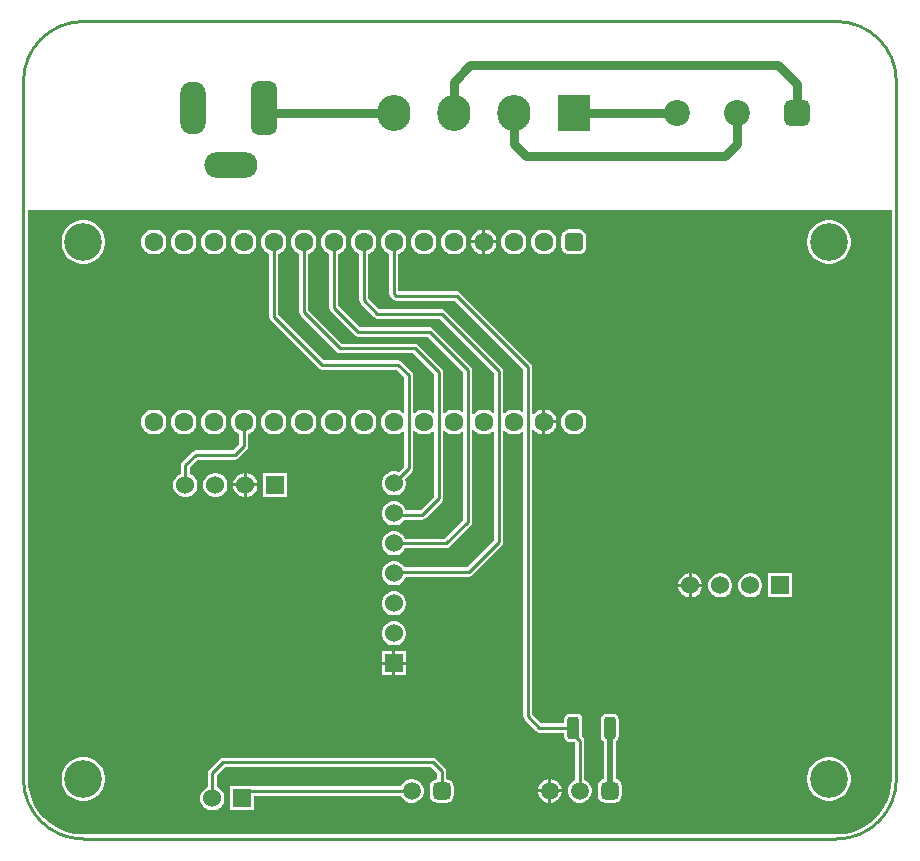
<source format=gtl>
G04*
G04 #@! TF.GenerationSoftware,Altium Limited,Altium Designer,21.3.2 (30)*
G04*
G04 Layer_Physical_Order=1*
G04 Layer_Color=255*
%FSTAX24Y24*%
%MOIN*%
G70*
G04*
G04 #@! TF.SameCoordinates,655743E2-E340-4FCB-8EBE-1CC431C952CD*
G04*
G04*
G04 #@! TF.FilePolarity,Positive*
G04*
G01*
G75*
%ADD10C,0.0300*%
%ADD11C,0.0100*%
G04:AMPARAMS|DCode=15|XSize=74.8mil|YSize=39.4mil|CornerRadius=9.8mil|HoleSize=0mil|Usage=FLASHONLY|Rotation=90.000|XOffset=0mil|YOffset=0mil|HoleType=Round|Shape=RoundedRectangle|*
%AMROUNDEDRECTD15*
21,1,0.0748,0.0197,0,0,90.0*
21,1,0.0551,0.0394,0,0,90.0*
1,1,0.0197,0.0098,0.0276*
1,1,0.0197,0.0098,-0.0276*
1,1,0.0197,-0.0098,-0.0276*
1,1,0.0197,-0.0098,0.0276*
%
%ADD15ROUNDEDRECTD15*%
%ADD21C,0.0866*%
G04:AMPARAMS|DCode=22|XSize=86.6mil|YSize=86.6mil|CornerRadius=21.7mil|HoleSize=0mil|Usage=FLASHONLY|Rotation=180.000|XOffset=0mil|YOffset=0mil|HoleType=Round|Shape=RoundedRectangle|*
%AMROUNDEDRECTD22*
21,1,0.0866,0.0433,0,0,180.0*
21,1,0.0433,0.0866,0,0,180.0*
1,1,0.0433,-0.0217,0.0217*
1,1,0.0433,0.0217,0.0217*
1,1,0.0433,0.0217,-0.0217*
1,1,0.0433,-0.0217,-0.0217*
%
%ADD22ROUNDEDRECTD22*%
%ADD32C,0.0200*%
%ADD33C,0.0600*%
%ADD34R,0.0600X0.0600*%
%ADD35C,0.0630*%
G04:AMPARAMS|DCode=36|XSize=59.1mil|YSize=59.1mil|CornerRadius=14.8mil|HoleSize=0mil|Usage=FLASHONLY|Rotation=180.000|XOffset=0mil|YOffset=0mil|HoleType=Round|Shape=RoundedRectangle|*
%AMROUNDEDRECTD36*
21,1,0.0591,0.0295,0,0,180.0*
21,1,0.0295,0.0591,0,0,180.0*
1,1,0.0295,-0.0148,0.0148*
1,1,0.0295,0.0148,0.0148*
1,1,0.0295,0.0148,-0.0148*
1,1,0.0295,-0.0148,-0.0148*
%
%ADD36ROUNDEDRECTD36*%
%ADD37C,0.1260*%
%ADD38C,0.0591*%
G04:AMPARAMS|DCode=39|XSize=63mil|YSize=63mil|CornerRadius=15.7mil|HoleSize=0mil|Usage=FLASHONLY|Rotation=270.000|XOffset=0mil|YOffset=0mil|HoleType=Round|Shape=RoundedRectangle|*
%AMROUNDEDRECTD39*
21,1,0.0630,0.0315,0,0,270.0*
21,1,0.0315,0.0630,0,0,270.0*
1,1,0.0315,-0.0157,-0.0157*
1,1,0.0315,-0.0157,0.0157*
1,1,0.0315,0.0157,0.0157*
1,1,0.0315,0.0157,-0.0157*
%
%ADD39ROUNDEDRECTD39*%
%ADD40R,0.0600X0.0600*%
%ADD41O,0.1100X0.1200*%
%ADD42R,0.1100X0.1200*%
%ADD43O,0.0866X0.1772*%
%ADD44O,0.1772X0.0866*%
G04:AMPARAMS|DCode=45|XSize=86.6mil|YSize=177.2mil|CornerRadius=21.7mil|HoleSize=0mil|Usage=FLASHONLY|Rotation=0.000|XOffset=0mil|YOffset=0mil|HoleType=Round|Shape=RoundedRectangle|*
%AMROUNDEDRECTD45*
21,1,0.0866,0.1339,0,0,0.0*
21,1,0.0433,0.1772,0,0,0.0*
1,1,0.0433,0.0217,-0.0669*
1,1,0.0433,-0.0217,-0.0669*
1,1,0.0433,-0.0217,0.0669*
1,1,0.0433,0.0217,0.0669*
%
%ADD45ROUNDEDRECTD45*%
G36*
X051947Y01625D02*
X051948Y016243D01*
X051933Y016009D01*
X051886Y015771D01*
X051808Y015542D01*
X051701Y015326D01*
X051567Y015124D01*
X051407Y014943D01*
X051226Y014783D01*
X051024Y014649D01*
X050808Y014542D01*
X050579Y014464D01*
X050341Y014417D01*
X050107Y014402D01*
X0501Y014403D01*
X025D01*
X024993Y014402D01*
X024759Y014417D01*
X024521Y014464D01*
X024292Y014542D01*
X024076Y014649D01*
X023874Y014783D01*
X023693Y014943D01*
X023533Y015124D01*
X023399Y015326D01*
X023292Y015542D01*
X023214Y015771D01*
X023167Y016009D01*
X023152Y016243D01*
X023153Y01625D01*
Y035229D01*
X051947D01*
Y01625D01*
D02*
G37*
%LPC*%
G36*
X038405Y034565D02*
X0384D01*
Y0342D01*
X038765D01*
Y034205D01*
X038737Y03431D01*
X038682Y034405D01*
X038605Y034482D01*
X03851Y034537D01*
X038405Y034565D01*
D02*
G37*
G36*
X0383D02*
X038295D01*
X03819Y034537D01*
X038095Y034482D01*
X038018Y034405D01*
X037963Y03431D01*
X037935Y034205D01*
Y0342D01*
X0383D01*
Y034565D01*
D02*
G37*
G36*
X040405D02*
X040295D01*
X04019Y034537D01*
X040095Y034482D01*
X040018Y034405D01*
X039963Y03431D01*
X039935Y034205D01*
Y034095D01*
X039963Y03399D01*
X040018Y033895D01*
X040095Y033818D01*
X04019Y033763D01*
X040295Y033735D01*
X040405D01*
X04051Y033763D01*
X040605Y033818D01*
X040682Y033895D01*
X040737Y03399D01*
X040765Y034095D01*
Y034205D01*
X040737Y03431D01*
X040682Y034405D01*
X040605Y034482D01*
X04051Y034537D01*
X040405Y034565D01*
D02*
G37*
G36*
X039405D02*
X039295D01*
X03919Y034537D01*
X039095Y034482D01*
X039018Y034405D01*
X038963Y03431D01*
X038935Y034205D01*
Y034095D01*
X038963Y03399D01*
X039018Y033895D01*
X039095Y033818D01*
X03919Y033763D01*
X039295Y033735D01*
X039405D01*
X03951Y033763D01*
X039605Y033818D01*
X039682Y033895D01*
X039737Y03399D01*
X039765Y034095D01*
Y034205D01*
X039737Y03431D01*
X039682Y034405D01*
X039605Y034482D01*
X03951Y034537D01*
X039405Y034565D01*
D02*
G37*
G36*
X038765Y0341D02*
X0384D01*
Y033735D01*
X038405D01*
X03851Y033763D01*
X038605Y033818D01*
X038682Y033895D01*
X038737Y03399D01*
X038765Y034095D01*
Y0341D01*
D02*
G37*
G36*
X0383D02*
X037935D01*
Y034095D01*
X037963Y03399D01*
X038018Y033895D01*
X038095Y033818D01*
X03819Y033763D01*
X038295Y033735D01*
X0383D01*
Y0341D01*
D02*
G37*
G36*
X037405Y034565D02*
X037295D01*
X03719Y034537D01*
X037095Y034482D01*
X037018Y034405D01*
X036963Y03431D01*
X036935Y034205D01*
Y034095D01*
X036963Y03399D01*
X037018Y033895D01*
X037095Y033818D01*
X03719Y033763D01*
X037295Y033735D01*
X037405D01*
X03751Y033763D01*
X037605Y033818D01*
X037682Y033895D01*
X037737Y03399D01*
X037765Y034095D01*
Y034205D01*
X037737Y03431D01*
X037682Y034405D01*
X037605Y034482D01*
X03751Y034537D01*
X037405Y034565D01*
D02*
G37*
G36*
X036405D02*
X036295D01*
X03619Y034537D01*
X036095Y034482D01*
X036018Y034405D01*
X035963Y03431D01*
X035935Y034205D01*
Y034095D01*
X035963Y03399D01*
X036018Y033895D01*
X036095Y033818D01*
X03619Y033763D01*
X036295Y033735D01*
X036405D01*
X03651Y033763D01*
X036605Y033818D01*
X036682Y033895D01*
X036737Y03399D01*
X036765Y034095D01*
Y034205D01*
X036737Y03431D01*
X036682Y034405D01*
X036605Y034482D01*
X03651Y034537D01*
X036405Y034565D01*
D02*
G37*
G36*
X030405D02*
X030295D01*
X03019Y034537D01*
X030095Y034482D01*
X030018Y034405D01*
X029963Y03431D01*
X029935Y034205D01*
Y034095D01*
X029963Y03399D01*
X030018Y033895D01*
X030095Y033818D01*
X03019Y033763D01*
X030295Y033735D01*
X030405D01*
X03051Y033763D01*
X030605Y033818D01*
X030682Y033895D01*
X030737Y03399D01*
X030765Y034095D01*
Y034205D01*
X030737Y03431D01*
X030682Y034405D01*
X030605Y034482D01*
X03051Y034537D01*
X030405Y034565D01*
D02*
G37*
G36*
X029405D02*
X029295D01*
X02919Y034537D01*
X029095Y034482D01*
X029018Y034405D01*
X028963Y03431D01*
X028935Y034205D01*
Y034095D01*
X028963Y03399D01*
X029018Y033895D01*
X029095Y033818D01*
X02919Y033763D01*
X029295Y033735D01*
X029405D01*
X02951Y033763D01*
X029605Y033818D01*
X029682Y033895D01*
X029737Y03399D01*
X029765Y034095D01*
Y034205D01*
X029737Y03431D01*
X029682Y034405D01*
X029605Y034482D01*
X02951Y034537D01*
X029405Y034565D01*
D02*
G37*
G36*
X028405D02*
X028295D01*
X02819Y034537D01*
X028095Y034482D01*
X028018Y034405D01*
X027963Y03431D01*
X027935Y034205D01*
Y034095D01*
X027963Y03399D01*
X028018Y033895D01*
X028095Y033818D01*
X02819Y033763D01*
X028295Y033735D01*
X028405D01*
X02851Y033763D01*
X028605Y033818D01*
X028682Y033895D01*
X028737Y03399D01*
X028765Y034095D01*
Y034205D01*
X028737Y03431D01*
X028682Y034405D01*
X028605Y034482D01*
X02851Y034537D01*
X028405Y034565D01*
D02*
G37*
G36*
X027405D02*
X027295D01*
X02719Y034537D01*
X027095Y034482D01*
X027018Y034405D01*
X026963Y03431D01*
X026935Y034205D01*
Y034095D01*
X026963Y03399D01*
X027018Y033895D01*
X027095Y033818D01*
X02719Y033763D01*
X027295Y033735D01*
X027405D01*
X02751Y033763D01*
X027605Y033818D01*
X027682Y033895D01*
X027737Y03399D01*
X027765Y034095D01*
Y034205D01*
X027737Y03431D01*
X027682Y034405D01*
X027605Y034482D01*
X02751Y034537D01*
X027405Y034565D01*
D02*
G37*
G36*
X041507Y034567D02*
X041193D01*
X041125Y034558D01*
X041063Y034532D01*
X041009Y034491D01*
X040968Y034437D01*
X040942Y034375D01*
X040933Y034307D01*
Y033993D01*
X040942Y033925D01*
X040968Y033863D01*
X041009Y033809D01*
X041063Y033768D01*
X041125Y033742D01*
X041193Y033733D01*
X041507D01*
X041575Y033742D01*
X041637Y033768D01*
X041691Y033809D01*
X041732Y033863D01*
X041758Y033925D01*
X041767Y033993D01*
Y034307D01*
X041758Y034375D01*
X041732Y034437D01*
X041691Y034491D01*
X041637Y034532D01*
X041575Y034558D01*
X041507Y034567D01*
D02*
G37*
G36*
X049922Y03488D02*
X049778D01*
X049637Y034852D01*
X049504Y034797D01*
X049385Y034717D01*
X049283Y034615D01*
X049203Y034496D01*
X049148Y034363D01*
X04912Y034222D01*
Y034078D01*
X049148Y033937D01*
X049203Y033804D01*
X049283Y033685D01*
X049385Y033583D01*
X049504Y033503D01*
X049637Y033448D01*
X049778Y03342D01*
X049922D01*
X050063Y033448D01*
X050196Y033503D01*
X050315Y033583D01*
X050417Y033685D01*
X050497Y033804D01*
X050552Y033937D01*
X05058Y034078D01*
Y034222D01*
X050552Y034363D01*
X050497Y034496D01*
X050417Y034615D01*
X050315Y034717D01*
X050196Y034797D01*
X050063Y034852D01*
X049922Y03488D01*
D02*
G37*
G36*
X025072D02*
X024928D01*
X024787Y034852D01*
X024654Y034797D01*
X024535Y034717D01*
X024433Y034615D01*
X024353Y034496D01*
X024298Y034363D01*
X02427Y034222D01*
Y034078D01*
X024298Y033937D01*
X024353Y033804D01*
X024433Y033685D01*
X024535Y033583D01*
X024654Y033503D01*
X024787Y033448D01*
X024928Y03342D01*
X025072D01*
X025213Y033448D01*
X025346Y033503D01*
X025465Y033583D01*
X025567Y033685D01*
X025647Y033804D01*
X025702Y033937D01*
X02573Y034078D01*
Y034222D01*
X025702Y034363D01*
X025647Y034496D01*
X025567Y034615D01*
X025465Y034717D01*
X025346Y034797D01*
X025213Y034852D01*
X025072Y03488D01*
D02*
G37*
G36*
X035405Y034565D02*
X035295D01*
X03519Y034537D01*
X035095Y034482D01*
X035018Y034405D01*
X034963Y03431D01*
X034935Y034205D01*
Y034095D01*
X034963Y03399D01*
X035018Y033895D01*
X035095Y033818D01*
X03519Y033763D01*
X035197Y033761D01*
Y032409D01*
X035209Y03235D01*
X035242Y0323D01*
X0353Y032242D01*
X03535Y032209D01*
X035409Y032197D01*
X037387D01*
X039662Y029922D01*
Y02849D01*
X039616Y028471D01*
X039605Y028482D01*
X03951Y028537D01*
X039405Y028565D01*
X039295D01*
X03919Y028537D01*
X039095Y028482D01*
X039053Y02844D01*
X039003Y02846D01*
Y02985D01*
X038991Y029909D01*
X038958Y029958D01*
X037058Y031858D01*
X037009Y031891D01*
X03695Y031903D01*
X034863D01*
X034503Y032263D01*
Y033761D01*
X03451Y033763D01*
X034605Y033818D01*
X034682Y033895D01*
X034737Y03399D01*
X034765Y034095D01*
Y034205D01*
X034737Y03431D01*
X034682Y034405D01*
X034605Y034482D01*
X03451Y034537D01*
X034405Y034565D01*
X034295D01*
X03419Y034537D01*
X034095Y034482D01*
X034018Y034405D01*
X033963Y03431D01*
X033935Y034205D01*
Y034095D01*
X033963Y03399D01*
X034018Y033895D01*
X034095Y033818D01*
X03419Y033763D01*
X034197Y033761D01*
Y0322D01*
X034209Y032141D01*
X034242Y032092D01*
X034692Y031642D01*
X034741Y031609D01*
X0348Y031597D01*
X036887D01*
X038697Y029787D01*
Y02846D01*
X038647Y02844D01*
X038605Y028482D01*
X03851Y028537D01*
X038405Y028565D01*
X038295D01*
X03819Y028537D01*
X038095Y028482D01*
X038018Y028405D01*
X038016Y028402D01*
X037968Y028415D01*
Y029885D01*
X037956Y029944D01*
X037923Y029993D01*
X036658Y031258D01*
X036609Y031291D01*
X03655Y031303D01*
X034213D01*
X033503Y032013D01*
Y033761D01*
X03351Y033763D01*
X033605Y033818D01*
X033682Y033895D01*
X033737Y03399D01*
X033765Y034095D01*
Y034205D01*
X033737Y03431D01*
X033682Y034405D01*
X033605Y034482D01*
X03351Y034537D01*
X033405Y034565D01*
X033295D01*
X03319Y034537D01*
X033095Y034482D01*
X033018Y034405D01*
X032963Y03431D01*
X032935Y034205D01*
Y034095D01*
X032963Y03399D01*
X033018Y033895D01*
X033095Y033818D01*
X03319Y033763D01*
X033197Y033761D01*
Y03195D01*
X033209Y031891D01*
X033242Y031842D01*
X034042Y031042D01*
X034091Y031009D01*
X03415Y030997D01*
X036487D01*
X037662Y029822D01*
Y02849D01*
X037616Y028471D01*
X037605Y028482D01*
X03751Y028537D01*
X037405Y028565D01*
X037295D01*
X03719Y028537D01*
X037095Y028482D01*
X037053Y02844D01*
X037003Y02846D01*
Y0298D01*
X036991Y029859D01*
X036958Y029908D01*
X036158Y030708D01*
X036109Y030741D01*
X03605Y030753D01*
X033613D01*
X032503Y031863D01*
Y033761D01*
X03251Y033763D01*
X032605Y033818D01*
X032682Y033895D01*
X032737Y03399D01*
X032765Y034095D01*
Y034205D01*
X032737Y03431D01*
X032682Y034405D01*
X032605Y034482D01*
X03251Y034537D01*
X032405Y034565D01*
X032295D01*
X03219Y034537D01*
X032095Y034482D01*
X032018Y034405D01*
X031963Y03431D01*
X031935Y034205D01*
Y034095D01*
X031963Y03399D01*
X032018Y033895D01*
X032095Y033818D01*
X03219Y033763D01*
X032197Y033761D01*
Y0318D01*
X032209Y031741D01*
X032242Y031692D01*
X033442Y030492D01*
X033491Y030459D01*
X03355Y030447D01*
X035987D01*
X036697Y029737D01*
Y02846D01*
X036647Y02844D01*
X036605Y028482D01*
X03651Y028537D01*
X036405Y028565D01*
X036295D01*
X03619Y028537D01*
X036095Y028482D01*
X036053Y02844D01*
X036003Y02846D01*
Y0297D01*
X035991Y029759D01*
X035958Y029808D01*
X035608Y030158D01*
X035559Y030191D01*
X0355Y030203D01*
X033013D01*
X031503Y031713D01*
Y033761D01*
X03151Y033763D01*
X031605Y033818D01*
X031682Y033895D01*
X031737Y03399D01*
X031765Y034095D01*
Y034205D01*
X031737Y03431D01*
X031682Y034405D01*
X031605Y034482D01*
X03151Y034537D01*
X031405Y034565D01*
X031295D01*
X03119Y034537D01*
X031095Y034482D01*
X031018Y034405D01*
X030963Y03431D01*
X030935Y034205D01*
Y034095D01*
X030963Y03399D01*
X031018Y033895D01*
X031095Y033818D01*
X03119Y033763D01*
X031197Y033761D01*
Y03165D01*
X031209Y031591D01*
X031242Y031542D01*
X032842Y029942D01*
X032891Y029909D01*
X03295Y029897D01*
X035437D01*
X035697Y029637D01*
Y02846D01*
X035647Y02844D01*
X035605Y028482D01*
X03551Y028537D01*
X035405Y028565D01*
X035295D01*
X03519Y028537D01*
X035095Y028482D01*
X035018Y028405D01*
X034963Y02831D01*
X034935Y028205D01*
Y028095D01*
X034963Y02799D01*
X035018Y027895D01*
X035095Y027818D01*
X03519Y027763D01*
X035295Y027735D01*
X035405D01*
X03551Y027763D01*
X035605Y027818D01*
X035647Y02786D01*
X035697Y02784D01*
Y026663D01*
X035506Y026472D01*
X035504Y026473D01*
X035403Y0265D01*
X035297D01*
X035196Y026473D01*
X035104Y02642D01*
X03503Y026346D01*
X034977Y026254D01*
X03495Y026153D01*
Y026047D01*
X034977Y025946D01*
X03503Y025854D01*
X035104Y02578D01*
X035196Y025727D01*
X035297Y0257D01*
X035403D01*
X035504Y025727D01*
X035596Y02578D01*
X03567Y025854D01*
X035723Y025946D01*
X03575Y026047D01*
Y026153D01*
X035723Y026254D01*
X035722Y026256D01*
X035958Y026492D01*
X035991Y026541D01*
X036003Y0266D01*
Y02784D01*
X036053Y02786D01*
X036095Y027818D01*
X03619Y027763D01*
X036295Y027735D01*
X036405D01*
X03651Y027763D01*
X036605Y027818D01*
X036647Y02786D01*
X036697Y02784D01*
Y025663D01*
X036237Y025203D01*
X035737D01*
X035723Y025254D01*
X03567Y025346D01*
X035596Y02542D01*
X035504Y025473D01*
X035403Y0255D01*
X035297D01*
X035196Y025473D01*
X035104Y02542D01*
X03503Y025346D01*
X034977Y025254D01*
X03495Y025153D01*
Y025047D01*
X034977Y024946D01*
X03503Y024854D01*
X035104Y02478D01*
X035196Y024727D01*
X035297Y0247D01*
X035403D01*
X035504Y024727D01*
X035596Y02478D01*
X03567Y024854D01*
X035695Y024897D01*
X0363D01*
X036359Y024909D01*
X036408Y024942D01*
X036958Y025492D01*
X036991Y025541D01*
X037003Y0256D01*
Y02784D01*
X037053Y02786D01*
X037095Y027818D01*
X03719Y027763D01*
X037295Y027735D01*
X037405D01*
X03751Y027763D01*
X037605Y027818D01*
X037616Y027829D01*
X037662Y02781D01*
Y024878D01*
X037037Y024253D01*
X035723D01*
X035723Y024254D01*
X03567Y024346D01*
X035596Y02442D01*
X035504Y024473D01*
X035403Y0245D01*
X035297D01*
X035196Y024473D01*
X035104Y02442D01*
X03503Y024346D01*
X034977Y024254D01*
X03495Y024153D01*
Y024047D01*
X034977Y023946D01*
X03503Y023854D01*
X035104Y02378D01*
X035196Y023727D01*
X035297Y0237D01*
X035403D01*
X035504Y023727D01*
X035596Y02378D01*
X03567Y023854D01*
X035723Y023946D01*
X035723Y023947D01*
X0371D01*
X037159Y023959D01*
X037208Y023992D01*
X037923Y024707D01*
X037956Y024756D01*
X037968Y024815D01*
Y027885D01*
X038016Y027898D01*
X038018Y027895D01*
X038095Y027818D01*
X03819Y027763D01*
X038295Y027735D01*
X038405D01*
X03851Y027763D01*
X038605Y027818D01*
X038647Y02786D01*
X038697Y02784D01*
Y024213D01*
X037787Y023303D01*
X035695D01*
X03567Y023346D01*
X035596Y02342D01*
X035504Y023473D01*
X035403Y0235D01*
X035297D01*
X035196Y023473D01*
X035104Y02342D01*
X03503Y023346D01*
X034977Y023254D01*
X03495Y023153D01*
Y023047D01*
X034977Y022946D01*
X03503Y022854D01*
X035104Y02278D01*
X035196Y022727D01*
X035297Y0227D01*
X035403D01*
X035504Y022727D01*
X035596Y02278D01*
X03567Y022854D01*
X035723Y022946D01*
X035737Y022997D01*
X03785D01*
X037909Y023009D01*
X037958Y023042D01*
X038958Y024042D01*
X038991Y024091D01*
X039003Y02415D01*
Y02784D01*
X039053Y02786D01*
X039095Y027818D01*
X03919Y027763D01*
X039295Y027735D01*
X039405D01*
X03951Y027763D01*
X039605Y027818D01*
X039616Y027829D01*
X039662Y02781D01*
Y018335D01*
X039674Y018277D01*
X039707Y018227D01*
X040092Y017842D01*
X040141Y017809D01*
X0402Y017797D01*
X041029D01*
Y017674D01*
X041044Y017597D01*
X041088Y017531D01*
X041154Y017487D01*
X041231Y017472D01*
X041388D01*
X041397Y017463D01*
Y016224D01*
X041307Y016172D01*
X041234Y016099D01*
X041182Y016008D01*
X041155Y015908D01*
Y015804D01*
X041182Y015703D01*
X041234Y015613D01*
X041307Y01554D01*
X041397Y015488D01*
X041498Y015461D01*
X041602D01*
X041703Y015488D01*
X041793Y01554D01*
X041866Y015613D01*
X041918Y015703D01*
X041945Y015804D01*
Y015908D01*
X041918Y016008D01*
X041866Y016099D01*
X041793Y016172D01*
X041703Y016224D01*
Y017526D01*
X041691Y017585D01*
X041658Y017634D01*
X041628Y017664D01*
X04163Y017674D01*
Y018226D01*
X041615Y018303D01*
X041571Y018369D01*
X041505Y018412D01*
X041428Y018428D01*
X041231D01*
X041154Y018412D01*
X041088Y018369D01*
X041044Y018303D01*
X041029Y018226D01*
Y018103D01*
X040263D01*
X039968Y018398D01*
Y027885D01*
X040016Y027898D01*
X040018Y027895D01*
X040095Y027818D01*
X04019Y027763D01*
X040295Y027735D01*
X0403D01*
Y02815D01*
Y028565D01*
X040295D01*
X04019Y028537D01*
X040095Y028482D01*
X040018Y028405D01*
X040016Y028402D01*
X039968Y028415D01*
Y029985D01*
X039956Y030044D01*
X039923Y030093D01*
X037558Y032458D01*
X037509Y032491D01*
X03745Y032503D01*
X035503D01*
Y033761D01*
X03551Y033763D01*
X035605Y033818D01*
X035682Y033895D01*
X035737Y03399D01*
X035765Y034095D01*
Y034205D01*
X035737Y03431D01*
X035682Y034405D01*
X035605Y034482D01*
X03551Y034537D01*
X035405Y034565D01*
D02*
G37*
G36*
X040405Y028565D02*
X0404D01*
Y0282D01*
X040765D01*
Y028205D01*
X040737Y02831D01*
X040682Y028405D01*
X040605Y028482D01*
X04051Y028537D01*
X040405Y028565D01*
D02*
G37*
G36*
X041405D02*
X041295D01*
X04119Y028537D01*
X041095Y028482D01*
X041018Y028405D01*
X040963Y02831D01*
X040935Y028205D01*
Y028095D01*
X040963Y02799D01*
X041018Y027895D01*
X041095Y027818D01*
X04119Y027763D01*
X041295Y027735D01*
X041405D01*
X04151Y027763D01*
X041605Y027818D01*
X041682Y027895D01*
X041737Y02799D01*
X041765Y028095D01*
Y028205D01*
X041737Y02831D01*
X041682Y028405D01*
X041605Y028482D01*
X04151Y028537D01*
X041405Y028565D01*
D02*
G37*
G36*
X040765Y0281D02*
X0404D01*
Y027735D01*
X040405D01*
X04051Y027763D01*
X040605Y027818D01*
X040682Y027895D01*
X040737Y02799D01*
X040765Y028095D01*
Y0281D01*
D02*
G37*
G36*
X034405Y028565D02*
X034295D01*
X03419Y028537D01*
X034095Y028482D01*
X034018Y028405D01*
X033963Y02831D01*
X033935Y028205D01*
Y028095D01*
X033963Y02799D01*
X034018Y027895D01*
X034095Y027818D01*
X03419Y027763D01*
X034295Y027735D01*
X034405D01*
X03451Y027763D01*
X034605Y027818D01*
X034682Y027895D01*
X034737Y02799D01*
X034765Y028095D01*
Y028205D01*
X034737Y02831D01*
X034682Y028405D01*
X034605Y028482D01*
X03451Y028537D01*
X034405Y028565D01*
D02*
G37*
G36*
X033405D02*
X033295D01*
X03319Y028537D01*
X033095Y028482D01*
X033018Y028405D01*
X032963Y02831D01*
X032935Y028205D01*
Y028095D01*
X032963Y02799D01*
X033018Y027895D01*
X033095Y027818D01*
X03319Y027763D01*
X033295Y027735D01*
X033405D01*
X03351Y027763D01*
X033605Y027818D01*
X033682Y027895D01*
X033737Y02799D01*
X033765Y028095D01*
Y028205D01*
X033737Y02831D01*
X033682Y028405D01*
X033605Y028482D01*
X03351Y028537D01*
X033405Y028565D01*
D02*
G37*
G36*
X032405D02*
X032295D01*
X03219Y028537D01*
X032095Y028482D01*
X032018Y028405D01*
X031963Y02831D01*
X031935Y028205D01*
Y028095D01*
X031963Y02799D01*
X032018Y027895D01*
X032095Y027818D01*
X03219Y027763D01*
X032295Y027735D01*
X032405D01*
X03251Y027763D01*
X032605Y027818D01*
X032682Y027895D01*
X032737Y02799D01*
X032765Y028095D01*
Y028205D01*
X032737Y02831D01*
X032682Y028405D01*
X032605Y028482D01*
X03251Y028537D01*
X032405Y028565D01*
D02*
G37*
G36*
X031405D02*
X031295D01*
X03119Y028537D01*
X031095Y028482D01*
X031018Y028405D01*
X030963Y02831D01*
X030935Y028205D01*
Y028095D01*
X030963Y02799D01*
X031018Y027895D01*
X031095Y027818D01*
X03119Y027763D01*
X031295Y027735D01*
X031405D01*
X03151Y027763D01*
X031605Y027818D01*
X031682Y027895D01*
X031737Y02799D01*
X031765Y028095D01*
Y028205D01*
X031737Y02831D01*
X031682Y028405D01*
X031605Y028482D01*
X03151Y028537D01*
X031405Y028565D01*
D02*
G37*
G36*
X029405D02*
X029295D01*
X02919Y028537D01*
X029095Y028482D01*
X029018Y028405D01*
X028963Y02831D01*
X028935Y028205D01*
Y028095D01*
X028963Y02799D01*
X029018Y027895D01*
X029095Y027818D01*
X02919Y027763D01*
X029295Y027735D01*
X029405D01*
X02951Y027763D01*
X029605Y027818D01*
X029682Y027895D01*
X029737Y02799D01*
X029765Y028095D01*
Y028205D01*
X029737Y02831D01*
X029682Y028405D01*
X029605Y028482D01*
X02951Y028537D01*
X029405Y028565D01*
D02*
G37*
G36*
X028405D02*
X028295D01*
X02819Y028537D01*
X028095Y028482D01*
X028018Y028405D01*
X027963Y02831D01*
X027935Y028205D01*
Y028095D01*
X027963Y02799D01*
X028018Y027895D01*
X028095Y027818D01*
X02819Y027763D01*
X028295Y027735D01*
X028405D01*
X02851Y027763D01*
X028605Y027818D01*
X028682Y027895D01*
X028737Y02799D01*
X028765Y028095D01*
Y028205D01*
X028737Y02831D01*
X028682Y028405D01*
X028605Y028482D01*
X02851Y028537D01*
X028405Y028565D01*
D02*
G37*
G36*
X027405D02*
X027295D01*
X02719Y028537D01*
X027095Y028482D01*
X027018Y028405D01*
X026963Y02831D01*
X026935Y028205D01*
Y028095D01*
X026963Y02799D01*
X027018Y027895D01*
X027095Y027818D01*
X02719Y027763D01*
X027295Y027735D01*
X027405D01*
X02751Y027763D01*
X027605Y027818D01*
X027682Y027895D01*
X027737Y02799D01*
X027765Y028095D01*
Y028205D01*
X027737Y02831D01*
X027682Y028405D01*
X027605Y028482D01*
X02751Y028537D01*
X027405Y028565D01*
D02*
G37*
G36*
X030453Y02645D02*
X03045D01*
Y0261D01*
X0308D01*
Y026103D01*
X030773Y026204D01*
X03072Y026296D01*
X030646Y02637D01*
X030554Y026423D01*
X030453Y02645D01*
D02*
G37*
G36*
X03035D02*
X030347D01*
X030246Y026423D01*
X030154Y02637D01*
X03008Y026296D01*
X030027Y026204D01*
X03Y026103D01*
Y0261D01*
X03035D01*
Y02645D01*
D02*
G37*
G36*
X0318D02*
X031D01*
Y02565D01*
X0318D01*
Y02645D01*
D02*
G37*
G36*
X0308Y026D02*
X03045D01*
Y02565D01*
X030453D01*
X030554Y025677D01*
X030646Y02573D01*
X03072Y025804D01*
X030773Y025896D01*
X0308Y025997D01*
Y026D01*
D02*
G37*
G36*
X03035D02*
X03D01*
Y025997D01*
X030027Y025896D01*
X03008Y025804D01*
X030154Y02573D01*
X030246Y025677D01*
X030347Y02565D01*
X03035D01*
Y026D01*
D02*
G37*
G36*
X029453Y02645D02*
X029347D01*
X029246Y026423D01*
X029154Y02637D01*
X02908Y026296D01*
X029027Y026204D01*
X029Y026103D01*
Y025997D01*
X029027Y025896D01*
X02908Y025804D01*
X029154Y02573D01*
X029246Y025677D01*
X029347Y02565D01*
X029453D01*
X029554Y025677D01*
X029646Y02573D01*
X02972Y025804D01*
X029773Y025896D01*
X0298Y025997D01*
Y026103D01*
X029773Y026204D01*
X02972Y026296D01*
X029646Y02637D01*
X029554Y026423D01*
X029453Y02645D01*
D02*
G37*
G36*
X030405Y028565D02*
X030295D01*
X03019Y028537D01*
X030095Y028482D01*
X030018Y028405D01*
X029963Y02831D01*
X029935Y028205D01*
Y028095D01*
X029963Y02799D01*
X030018Y027895D01*
X030095Y027818D01*
X03019Y027763D01*
X030197Y027761D01*
Y027413D01*
X029987Y027203D01*
X02875D01*
X028691Y027191D01*
X028642Y027158D01*
X028292Y026808D01*
X028259Y026759D01*
X028247Y0267D01*
Y026423D01*
X028246Y026423D01*
X028154Y02637D01*
X02808Y026296D01*
X028027Y026204D01*
X028Y026103D01*
Y025997D01*
X028027Y025896D01*
X02808Y025804D01*
X028154Y02573D01*
X028246Y025677D01*
X028347Y02565D01*
X028453D01*
X028554Y025677D01*
X028646Y02573D01*
X02872Y025804D01*
X028773Y025896D01*
X0288Y025997D01*
Y026103D01*
X028773Y026204D01*
X02872Y026296D01*
X028646Y02637D01*
X028554Y026423D01*
X028553Y026423D01*
Y026637D01*
X028813Y026897D01*
X03005D01*
X030109Y026909D01*
X030158Y026942D01*
X030458Y027242D01*
X030491Y027291D01*
X030503Y02735D01*
Y027761D01*
X03051Y027763D01*
X030605Y027818D01*
X030682Y027895D01*
X030737Y02799D01*
X030765Y028095D01*
Y028205D01*
X030737Y02831D01*
X030682Y028405D01*
X030605Y028482D01*
X03051Y028537D01*
X030405Y028565D01*
D02*
G37*
G36*
X045283Y0231D02*
X04528D01*
Y02275D01*
X04563D01*
Y022753D01*
X045603Y022854D01*
X04555Y022946D01*
X045476Y02302D01*
X045384Y023073D01*
X045283Y0231D01*
D02*
G37*
G36*
X04518D02*
X045177D01*
X045076Y023073D01*
X044984Y02302D01*
X04491Y022946D01*
X044857Y022854D01*
X04483Y022753D01*
Y02275D01*
X04518D01*
Y0231D01*
D02*
G37*
G36*
X04863D02*
X04783D01*
Y0223D01*
X04863D01*
Y0231D01*
D02*
G37*
G36*
X047283D02*
X047177D01*
X047076Y023073D01*
X046984Y02302D01*
X04691Y022946D01*
X046857Y022854D01*
X04683Y022753D01*
Y022647D01*
X046857Y022546D01*
X04691Y022454D01*
X046984Y02238D01*
X047076Y022327D01*
X047177Y0223D01*
X047283D01*
X047384Y022327D01*
X047476Y02238D01*
X04755Y022454D01*
X047603Y022546D01*
X04763Y022647D01*
Y022753D01*
X047603Y022854D01*
X04755Y022946D01*
X047476Y02302D01*
X047384Y023073D01*
X047283Y0231D01*
D02*
G37*
G36*
X046283D02*
X046177D01*
X046076Y023073D01*
X045984Y02302D01*
X04591Y022946D01*
X045857Y022854D01*
X04583Y022753D01*
Y022647D01*
X045857Y022546D01*
X04591Y022454D01*
X045984Y02238D01*
X046076Y022327D01*
X046177Y0223D01*
X046283D01*
X046384Y022327D01*
X046476Y02238D01*
X04655Y022454D01*
X046603Y022546D01*
X04663Y022647D01*
Y022753D01*
X046603Y022854D01*
X04655Y022946D01*
X046476Y02302D01*
X046384Y023073D01*
X046283Y0231D01*
D02*
G37*
G36*
X04563Y02265D02*
X04528D01*
Y0223D01*
X045283D01*
X045384Y022327D01*
X045476Y02238D01*
X04555Y022454D01*
X045603Y022546D01*
X04563Y022647D01*
Y02265D01*
D02*
G37*
G36*
X04518D02*
X04483D01*
Y022647D01*
X044857Y022546D01*
X04491Y022454D01*
X044984Y02238D01*
X045076Y022327D01*
X045177Y0223D01*
X04518D01*
Y02265D01*
D02*
G37*
G36*
X035403Y0225D02*
X035297D01*
X035196Y022473D01*
X035104Y02242D01*
X03503Y022346D01*
X034977Y022254D01*
X03495Y022153D01*
Y022047D01*
X034977Y021946D01*
X03503Y021854D01*
X035104Y02178D01*
X035196Y021727D01*
X035297Y0217D01*
X035403D01*
X035504Y021727D01*
X035596Y02178D01*
X03567Y021854D01*
X035723Y021946D01*
X03575Y022047D01*
Y022153D01*
X035723Y022254D01*
X03567Y022346D01*
X035596Y02242D01*
X035504Y022473D01*
X035403Y0225D01*
D02*
G37*
G36*
Y0215D02*
X035297D01*
X035196Y021473D01*
X035104Y02142D01*
X03503Y021346D01*
X034977Y021254D01*
X03495Y021153D01*
Y021047D01*
X034977Y020946D01*
X03503Y020854D01*
X035104Y02078D01*
X035196Y020727D01*
X035297Y0207D01*
X035403D01*
X035504Y020727D01*
X035596Y02078D01*
X03567Y020854D01*
X035723Y020946D01*
X03575Y021047D01*
Y021153D01*
X035723Y021254D01*
X03567Y021346D01*
X035596Y02142D01*
X035504Y021473D01*
X035403Y0215D01*
D02*
G37*
G36*
X03575Y0205D02*
X0354D01*
Y02015D01*
X03575D01*
Y0205D01*
D02*
G37*
G36*
X0353D02*
X03495D01*
Y02015D01*
X0353D01*
Y0205D01*
D02*
G37*
G36*
X03575Y02005D02*
X0354D01*
Y0197D01*
X03575D01*
Y02005D01*
D02*
G37*
G36*
X0353D02*
X03495D01*
Y0197D01*
X0353D01*
Y02005D01*
D02*
G37*
G36*
X040602Y016251D02*
X0406D01*
Y015906D01*
X040945D01*
Y015908D01*
X040918Y016008D01*
X040866Y016099D01*
X040793Y016172D01*
X040703Y016224D01*
X040602Y016251D01*
D02*
G37*
G36*
X0405D02*
X040498D01*
X040397Y016224D01*
X040307Y016172D01*
X040234Y016099D01*
X040182Y016008D01*
X040155Y015908D01*
Y015906D01*
X0405D01*
Y016251D01*
D02*
G37*
G36*
X049922Y01698D02*
X049778D01*
X049637Y016952D01*
X049504Y016897D01*
X049385Y016817D01*
X049283Y016715D01*
X049203Y016596D01*
X049148Y016463D01*
X04912Y016322D01*
Y016178D01*
X049148Y016037D01*
X049203Y015904D01*
X049283Y015785D01*
X049385Y015683D01*
X049504Y015603D01*
X049637Y015548D01*
X049778Y01552D01*
X049922D01*
X050063Y015548D01*
X050196Y015603D01*
X050315Y015683D01*
X050417Y015785D01*
X050497Y015904D01*
X050552Y016037D01*
X05058Y016178D01*
Y016322D01*
X050552Y016463D01*
X050497Y016596D01*
X050417Y016715D01*
X050315Y016817D01*
X050196Y016897D01*
X050063Y016952D01*
X049922Y01698D01*
D02*
G37*
G36*
X025072D02*
X024928D01*
X024787Y016952D01*
X024654Y016897D01*
X024535Y016817D01*
X024433Y016715D01*
X024353Y016596D01*
X024298Y016463D01*
X02427Y016322D01*
Y016178D01*
X024298Y016037D01*
X024353Y015904D01*
X024433Y015785D01*
X024535Y015683D01*
X024654Y015603D01*
X024787Y015548D01*
X024928Y01552D01*
X025072D01*
X025213Y015548D01*
X025346Y015603D01*
X025465Y015683D01*
X025567Y015785D01*
X025647Y015904D01*
X025702Y016037D01*
X02573Y016178D01*
Y016322D01*
X025702Y016463D01*
X025647Y016596D01*
X025567Y016715D01*
X025465Y016817D01*
X025346Y016897D01*
X025213Y016952D01*
X025072Y01698D01*
D02*
G37*
G36*
X040945Y015806D02*
X0406D01*
Y015461D01*
X040602D01*
X040703Y015488D01*
X040793Y01554D01*
X040866Y015613D01*
X040918Y015703D01*
X040945Y015804D01*
Y015806D01*
D02*
G37*
G36*
X0405D02*
X040155D01*
Y015804D01*
X040182Y015703D01*
X040234Y015613D01*
X040307Y01554D01*
X040397Y015488D01*
X040498Y015461D01*
X0405D01*
Y015806D01*
D02*
G37*
G36*
X042648Y018428D02*
X042452D01*
X042374Y018412D01*
X042309Y018369D01*
X042265Y018303D01*
X042249Y018226D01*
Y017674D01*
X042265Y017597D01*
X042309Y017531D01*
X042346Y017506D01*
Y016245D01*
X042306Y016237D01*
X042224Y016182D01*
X042169Y0161D01*
X04215Y016004D01*
Y015708D01*
X042169Y015612D01*
X042224Y01553D01*
X042306Y015475D01*
X042402Y015456D01*
X042698D01*
X042794Y015475D01*
X042876Y01553D01*
X042931Y015612D01*
X04295Y015708D01*
Y016004D01*
X042931Y0161D01*
X042876Y016182D01*
X042794Y016237D01*
X042754Y016245D01*
Y017506D01*
X042791Y017531D01*
X042835Y017597D01*
X042851Y017674D01*
Y018226D01*
X042835Y018303D01*
X042791Y018369D01*
X042726Y018412D01*
X042648Y018428D01*
D02*
G37*
G36*
X036002Y016245D02*
X035898D01*
X035797Y016218D01*
X035707Y016166D01*
X035634Y016093D01*
X035582Y016003D01*
X03055D01*
X030535Y016D01*
X0299D01*
Y0152D01*
X0307D01*
Y015697D01*
X035582D01*
X035634Y015607D01*
X035707Y015534D01*
X035797Y015482D01*
X035898Y015455D01*
X036002D01*
X036103Y015482D01*
X036193Y015534D01*
X036266Y015607D01*
X036318Y015697D01*
X036345Y015798D01*
Y015902D01*
X036318Y016003D01*
X036266Y016093D01*
X036193Y016166D01*
X036103Y016218D01*
X036002Y016245D01*
D02*
G37*
G36*
X036658Y016953D02*
X02965D01*
X029591Y016941D01*
X029542Y016908D01*
X029192Y016558D01*
X029159Y016509D01*
X029147Y01645D01*
Y015973D01*
X029146Y015973D01*
X029054Y01592D01*
X02898Y015846D01*
X028927Y015754D01*
X0289Y015653D01*
Y015547D01*
X028927Y015446D01*
X02898Y015354D01*
X029054Y01528D01*
X029146Y015227D01*
X029247Y0152D01*
X029353D01*
X029454Y015227D01*
X029546Y01528D01*
X02962Y015354D01*
X029673Y015446D01*
X0297Y015547D01*
Y015653D01*
X029673Y015754D01*
X02962Y015846D01*
X029546Y01592D01*
X029454Y015973D01*
X029453Y015973D01*
Y016387D01*
X029713Y016647D01*
X036595D01*
X036797Y016445D01*
Y016249D01*
X036706Y016231D01*
X036624Y016176D01*
X036569Y016094D01*
X03655Y015998D01*
Y015702D01*
X036569Y015606D01*
X036624Y015524D01*
X036706Y015469D01*
X036802Y01545D01*
X037098D01*
X037194Y015469D01*
X037276Y015524D01*
X037331Y015606D01*
X03735Y015702D01*
Y015998D01*
X037331Y016094D01*
X037276Y016176D01*
X037194Y016231D01*
X037103Y016249D01*
Y016508D01*
X037091Y016567D01*
X037058Y016616D01*
X036766Y016908D01*
X036717Y016941D01*
X036658Y016953D01*
D02*
G37*
%LPD*%
D10*
X0379Y04005D02*
X04815D01*
X0488Y0394D01*
Y03845D02*
Y0394D01*
X031166Y038446D02*
X035346D01*
X037349Y039499D02*
X0379Y04005D01*
X037349Y038449D02*
Y039499D01*
X0468Y0374D02*
Y03845D01*
X0464Y037D02*
X0468Y0374D01*
X03975Y037D02*
X0464D01*
X03935Y0374D02*
X03975Y037D01*
X03935Y0374D02*
Y03845D01*
X04135D02*
X0448D01*
D11*
X0303Y0156D02*
X03055Y01585D01*
X03595D01*
X03695D02*
Y016508D01*
X02965Y0168D02*
X036658D01*
X03695Y016508D01*
X0293Y01645D02*
X02965Y0168D01*
X0293Y0156D02*
Y01645D01*
X031012Y0386D02*
X031166Y038446D01*
X03235Y0318D02*
X03355Y0306D01*
X03605D01*
X03235Y0318D02*
Y03415D01*
X03685Y0256D02*
Y0298D01*
X03605Y0306D02*
X03685Y0298D01*
X0355Y03005D02*
X03585Y0297D01*
X03295Y03005D02*
X0355D01*
X03585Y0266D02*
Y0297D01*
X03745Y03235D02*
X039815Y029985D01*
Y018335D02*
Y029985D01*
X035409Y03235D02*
X03745D01*
X03535Y032409D02*
Y03415D01*
Y032409D02*
X035409Y03235D01*
X03655Y03115D02*
X037815Y029885D01*
X03415Y03115D02*
X03655D01*
X03335Y03195D02*
X03415Y03115D01*
X0348Y03175D02*
X03695D01*
X03885Y02985D01*
X03435Y0322D02*
X0348Y03175D01*
X03435Y0322D02*
Y03415D01*
X0402Y01795D02*
X04133D01*
X039815Y018335D02*
X0402Y01795D01*
X037815Y024815D02*
Y029885D01*
X03335Y03195D02*
Y03415D01*
X03135Y03165D02*
X03295Y03005D01*
X03135Y03165D02*
Y03415D01*
X03885Y02415D02*
Y02985D01*
X0363Y02505D02*
X03685Y0256D01*
X03785Y02315D02*
X03885Y02415D01*
X04155Y015856D02*
Y017526D01*
X04133Y017747D02*
Y01795D01*
Y017747D02*
X04155Y017526D01*
X03535Y0231D02*
X0354Y02315D01*
X03785D01*
X03535Y0241D02*
X0371D01*
X037815Y024815D01*
X0354Y02505D02*
X0363D01*
X03535Y0251D02*
X0354Y02505D01*
X03535Y0261D02*
X03585Y0266D01*
X03035Y02735D02*
Y02815D01*
X03005Y02705D02*
X03035Y02735D01*
X02875Y02705D02*
X03005D01*
X0284Y0267D02*
X02875Y02705D01*
X0284Y02605D02*
Y0267D01*
X0521Y0395D02*
G03*
X0501Y0415I-002J0D01*
G01*
Y01425D02*
G03*
X0521Y01625I0J002D01*
G01*
X025Y0415D02*
G03*
X023Y0395I0J-002D01*
G01*
Y01625D02*
G03*
X025Y01425I002J0D01*
G01*
X0501D01*
X025Y0415D02*
X0501D01*
X0521Y01625D02*
Y0395D01*
X023Y01625D02*
Y0395D01*
D15*
X04255Y01795D02*
D03*
X04133D02*
D03*
D21*
X0468Y03845D02*
D03*
X0448D02*
D03*
D22*
X0488D02*
D03*
D32*
X04255Y015856D02*
Y01795D01*
D33*
X03535Y0211D02*
D03*
X04723Y0227D02*
D03*
X04623D02*
D03*
X04523D02*
D03*
X0293Y0156D02*
D03*
X0304Y02605D02*
D03*
X0294D02*
D03*
X0284D02*
D03*
X03535Y0221D02*
D03*
Y0231D02*
D03*
Y0241D02*
D03*
Y0251D02*
D03*
Y0261D02*
D03*
D34*
X0314Y02605D02*
D03*
X04823Y0227D02*
D03*
X0303Y0156D02*
D03*
D35*
X03835Y02815D02*
D03*
X03935D02*
D03*
X03735D02*
D03*
X03635D02*
D03*
X03535D02*
D03*
X03435D02*
D03*
X03335D02*
D03*
X03235D02*
D03*
X03135D02*
D03*
X03035D02*
D03*
X02935D02*
D03*
X02835D02*
D03*
X02735D02*
D03*
Y03415D02*
D03*
X02835D02*
D03*
X02935D02*
D03*
X03035D02*
D03*
X03135D02*
D03*
X03235D02*
D03*
X03335D02*
D03*
X03435D02*
D03*
X03535D02*
D03*
X03635D02*
D03*
X03735D02*
D03*
X03835D02*
D03*
X03935D02*
D03*
X04035D02*
D03*
Y02815D02*
D03*
X04135D02*
D03*
D36*
X04255Y015856D02*
D03*
X03695Y01585D02*
D03*
D37*
X04985Y03415D02*
D03*
X025D02*
D03*
Y01625D02*
D03*
X04985D02*
D03*
D38*
X04155Y015856D02*
D03*
X04055D02*
D03*
X03595Y01585D02*
D03*
D39*
X04135Y03415D02*
D03*
D40*
X03535Y0201D02*
D03*
D41*
X03935Y03845D02*
D03*
X037349Y038449D02*
D03*
X035346Y038446D02*
D03*
D42*
X04135Y03845D02*
D03*
D43*
X02865Y0386D02*
D03*
D44*
X02993Y03673D02*
D03*
D45*
X031012Y0386D02*
D03*
M02*

</source>
